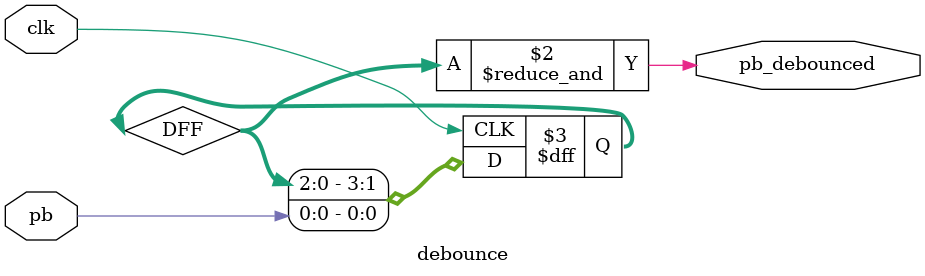
<source format=v>
module debounce(clk, pb, pb_debounced);
    input clk;
    input pb;
    output pb_debounced;

    reg [4-1:0] DFF;

    always @(posedge clk) begin
        DFF <= {DFF[2:0], pb};
    end

    assign pb_debounced = &DFF;

endmodule



</source>
